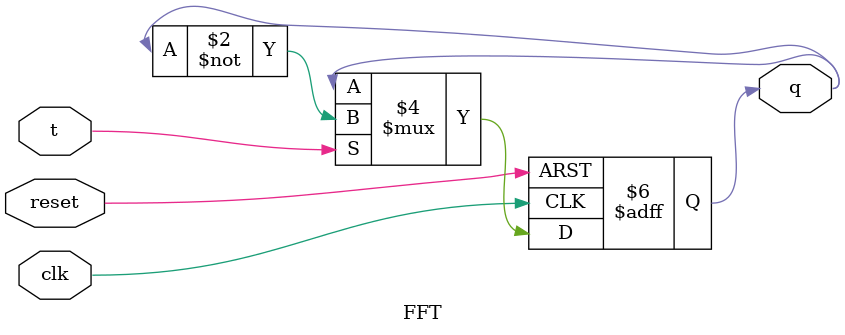
<source format=v>
module FFT (
    input clk, t, reset,
    output reg q
);
    always @(posedge clk, posedge reset) begin
        if (reset) begin
            q<=1'b0;
        end
        else begin
            if (t) begin
                q<=~q;
            end
            else begin
                q<=q;
            end
        end
    end
endmodule
</source>
